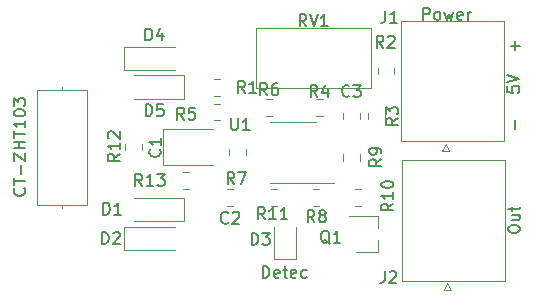
<source format=gbr>
%TF.GenerationSoftware,KiCad,Pcbnew,5.99.0-unknown-20c1492~102~ubuntu18.04.1*%
%TF.CreationDate,2020-07-21T10:29:21+02:00*%
%TF.ProjectId,detect_current,64657465-6374-45f6-9375-7272656e742e,rev?*%
%TF.SameCoordinates,Original*%
%TF.FileFunction,Legend,Top*%
%TF.FilePolarity,Positive*%
%FSLAX46Y46*%
G04 Gerber Fmt 4.6, Leading zero omitted, Abs format (unit mm)*
G04 Created by KiCad (PCBNEW 5.99.0-unknown-20c1492~102~ubuntu18.04.1) date 2020-07-21 10:29:21*
%MOMM*%
%LPD*%
G01*
G04 APERTURE LIST*
%ADD10C,0.150000*%
%ADD11C,0.120000*%
G04 APERTURE END LIST*
D10*
X152360380Y-85407476D02*
X152360380Y-85883666D01*
X152836571Y-85931285D01*
X152788952Y-85883666D01*
X152741333Y-85788428D01*
X152741333Y-85550333D01*
X152788952Y-85455095D01*
X152836571Y-85407476D01*
X152931809Y-85359857D01*
X153169904Y-85359857D01*
X153265142Y-85407476D01*
X153312761Y-85455095D01*
X153360380Y-85550333D01*
X153360380Y-85788428D01*
X153312761Y-85883666D01*
X153265142Y-85931285D01*
X152360380Y-85074142D02*
X153360380Y-84740809D01*
X152360380Y-84407476D01*
X131643666Y-101607880D02*
X131643666Y-100607880D01*
X131881761Y-100607880D01*
X132024619Y-100655500D01*
X132119857Y-100750738D01*
X132167476Y-100845976D01*
X132215095Y-101036452D01*
X132215095Y-101179309D01*
X132167476Y-101369785D01*
X132119857Y-101465023D01*
X132024619Y-101560261D01*
X131881761Y-101607880D01*
X131643666Y-101607880D01*
X133024619Y-101560261D02*
X132929380Y-101607880D01*
X132738904Y-101607880D01*
X132643666Y-101560261D01*
X132596047Y-101465023D01*
X132596047Y-101084071D01*
X132643666Y-100988833D01*
X132738904Y-100941214D01*
X132929380Y-100941214D01*
X133024619Y-100988833D01*
X133072238Y-101084071D01*
X133072238Y-101179309D01*
X132596047Y-101274547D01*
X133357952Y-100941214D02*
X133738904Y-100941214D01*
X133500809Y-100607880D02*
X133500809Y-101465023D01*
X133548428Y-101560261D01*
X133643666Y-101607880D01*
X133738904Y-101607880D01*
X134453190Y-101560261D02*
X134357952Y-101607880D01*
X134167476Y-101607880D01*
X134072238Y-101560261D01*
X134024619Y-101465023D01*
X134024619Y-101084071D01*
X134072238Y-100988833D01*
X134167476Y-100941214D01*
X134357952Y-100941214D01*
X134453190Y-100988833D01*
X134500809Y-101084071D01*
X134500809Y-101179309D01*
X134024619Y-101274547D01*
X135357952Y-101560261D02*
X135262714Y-101607880D01*
X135072238Y-101607880D01*
X134977000Y-101560261D01*
X134929380Y-101512642D01*
X134881761Y-101417404D01*
X134881761Y-101131690D01*
X134929380Y-101036452D01*
X134977000Y-100988833D01*
X135072238Y-100941214D01*
X135262714Y-100941214D01*
X135357952Y-100988833D01*
X152979428Y-89026952D02*
X152979428Y-88265047D01*
X153042928Y-82359452D02*
X153042928Y-81597547D01*
X153423880Y-81978500D02*
X152661976Y-81978500D01*
%TO.C,RV1*%
X135345561Y-80309980D02*
X135012228Y-79833790D01*
X134774133Y-80309980D02*
X134774133Y-79309980D01*
X135155085Y-79309980D01*
X135250323Y-79357600D01*
X135297942Y-79405219D01*
X135345561Y-79500457D01*
X135345561Y-79643314D01*
X135297942Y-79738552D01*
X135250323Y-79786171D01*
X135155085Y-79833790D01*
X134774133Y-79833790D01*
X135631276Y-79309980D02*
X135964609Y-80309980D01*
X136297942Y-79309980D01*
X137155085Y-80309980D02*
X136583657Y-80309980D01*
X136869371Y-80309980D02*
X136869371Y-79309980D01*
X136774133Y-79452838D01*
X136678895Y-79548076D01*
X136583657Y-79595695D01*
%TO.C,R13*%
X121429542Y-93822780D02*
X121096209Y-93346590D01*
X120858114Y-93822780D02*
X120858114Y-92822780D01*
X121239066Y-92822780D01*
X121334304Y-92870400D01*
X121381923Y-92918019D01*
X121429542Y-93013257D01*
X121429542Y-93156114D01*
X121381923Y-93251352D01*
X121334304Y-93298971D01*
X121239066Y-93346590D01*
X120858114Y-93346590D01*
X122381923Y-93822780D02*
X121810495Y-93822780D01*
X122096209Y-93822780D02*
X122096209Y-92822780D01*
X122000971Y-92965638D01*
X121905733Y-93060876D01*
X121810495Y-93108495D01*
X122715257Y-92822780D02*
X123334304Y-92822780D01*
X123000971Y-93203733D01*
X123143828Y-93203733D01*
X123239066Y-93251352D01*
X123286685Y-93298971D01*
X123334304Y-93394209D01*
X123334304Y-93632304D01*
X123286685Y-93727542D01*
X123239066Y-93775161D01*
X123143828Y-93822780D01*
X122858114Y-93822780D01*
X122762876Y-93775161D01*
X122715257Y-93727542D01*
%TO.C,CT-ZHT103*%
X111456742Y-94025600D02*
X111504361Y-94073219D01*
X111551980Y-94216076D01*
X111551980Y-94311314D01*
X111504361Y-94454171D01*
X111409123Y-94549409D01*
X111313885Y-94597028D01*
X111123409Y-94644647D01*
X110980552Y-94644647D01*
X110790076Y-94597028D01*
X110694838Y-94549409D01*
X110599600Y-94454171D01*
X110551980Y-94311314D01*
X110551980Y-94216076D01*
X110599600Y-94073219D01*
X110647219Y-94025600D01*
X110551980Y-93739885D02*
X110551980Y-93168457D01*
X111551980Y-93454171D02*
X110551980Y-93454171D01*
X111171028Y-92835123D02*
X111171028Y-92073219D01*
X110551980Y-91692266D02*
X110551980Y-91025600D01*
X111551980Y-91692266D01*
X111551980Y-91025600D01*
X111551980Y-90644647D02*
X110551980Y-90644647D01*
X111028171Y-90644647D02*
X111028171Y-90073219D01*
X111551980Y-90073219D02*
X110551980Y-90073219D01*
X110551980Y-89739885D02*
X110551980Y-89168457D01*
X111551980Y-89454171D02*
X110551980Y-89454171D01*
X111551980Y-88311314D02*
X111551980Y-88882742D01*
X111551980Y-88597028D02*
X110551980Y-88597028D01*
X110694838Y-88692266D01*
X110790076Y-88787504D01*
X110837695Y-88882742D01*
X110551980Y-87692266D02*
X110551980Y-87597028D01*
X110599600Y-87501790D01*
X110647219Y-87454171D01*
X110742457Y-87406552D01*
X110932933Y-87358933D01*
X111171028Y-87358933D01*
X111361504Y-87406552D01*
X111456742Y-87454171D01*
X111504361Y-87501790D01*
X111551980Y-87597028D01*
X111551980Y-87692266D01*
X111504361Y-87787504D01*
X111456742Y-87835123D01*
X111361504Y-87882742D01*
X111171028Y-87930361D01*
X110932933Y-87930361D01*
X110742457Y-87882742D01*
X110647219Y-87835123D01*
X110599600Y-87787504D01*
X110551980Y-87692266D01*
X110551980Y-87025600D02*
X110551980Y-86406552D01*
X110932933Y-86739885D01*
X110932933Y-86597028D01*
X110980552Y-86501790D01*
X111028171Y-86454171D01*
X111123409Y-86406552D01*
X111361504Y-86406552D01*
X111456742Y-86454171D01*
X111504361Y-86501790D01*
X111551980Y-86597028D01*
X111551980Y-86882742D01*
X111504361Y-86977980D01*
X111456742Y-87025600D01*
%TO.C,D5*%
X121725404Y-87923380D02*
X121725404Y-86923380D01*
X121963500Y-86923380D01*
X122106357Y-86971000D01*
X122201595Y-87066238D01*
X122249214Y-87161476D01*
X122296833Y-87351952D01*
X122296833Y-87494809D01*
X122249214Y-87685285D01*
X122201595Y-87780523D01*
X122106357Y-87875761D01*
X121963500Y-87923380D01*
X121725404Y-87923380D01*
X123201595Y-86923380D02*
X122725404Y-86923380D01*
X122677785Y-87399571D01*
X122725404Y-87351952D01*
X122820642Y-87304333D01*
X123058738Y-87304333D01*
X123153976Y-87351952D01*
X123201595Y-87399571D01*
X123249214Y-87494809D01*
X123249214Y-87732904D01*
X123201595Y-87828142D01*
X123153976Y-87875761D01*
X123058738Y-87923380D01*
X122820642Y-87923380D01*
X122725404Y-87875761D01*
X122677785Y-87828142D01*
%TO.C,D4*%
X121717904Y-81510380D02*
X121717904Y-80510380D01*
X121956000Y-80510380D01*
X122098857Y-80558000D01*
X122194095Y-80653238D01*
X122241714Y-80748476D01*
X122289333Y-80938952D01*
X122289333Y-81081809D01*
X122241714Y-81272285D01*
X122194095Y-81367523D01*
X122098857Y-81462761D01*
X121956000Y-81510380D01*
X121717904Y-81510380D01*
X123146476Y-80843714D02*
X123146476Y-81510380D01*
X122908380Y-80462761D02*
X122670285Y-81177047D01*
X123289333Y-81177047D01*
%TO.C,D2*%
X118032304Y-98750380D02*
X118032304Y-97750380D01*
X118270400Y-97750380D01*
X118413257Y-97798000D01*
X118508495Y-97893238D01*
X118556114Y-97988476D01*
X118603733Y-98178952D01*
X118603733Y-98321809D01*
X118556114Y-98512285D01*
X118508495Y-98607523D01*
X118413257Y-98702761D01*
X118270400Y-98750380D01*
X118032304Y-98750380D01*
X118984685Y-97845619D02*
X119032304Y-97798000D01*
X119127542Y-97750380D01*
X119365638Y-97750380D01*
X119460876Y-97798000D01*
X119508495Y-97845619D01*
X119556114Y-97940857D01*
X119556114Y-98036095D01*
X119508495Y-98178952D01*
X118937066Y-98750380D01*
X119556114Y-98750380D01*
%TO.C,D1*%
X118133904Y-96261180D02*
X118133904Y-95261180D01*
X118372000Y-95261180D01*
X118514857Y-95308800D01*
X118610095Y-95404038D01*
X118657714Y-95499276D01*
X118705333Y-95689752D01*
X118705333Y-95832609D01*
X118657714Y-96023085D01*
X118610095Y-96118323D01*
X118514857Y-96213561D01*
X118372000Y-96261180D01*
X118133904Y-96261180D01*
X119657714Y-96261180D02*
X119086285Y-96261180D01*
X119372000Y-96261180D02*
X119372000Y-95261180D01*
X119276761Y-95404038D01*
X119181523Y-95499276D01*
X119086285Y-95546895D01*
%TO.C,C1*%
X122937542Y-90743066D02*
X122985161Y-90790685D01*
X123032780Y-90933542D01*
X123032780Y-91028780D01*
X122985161Y-91171638D01*
X122889923Y-91266876D01*
X122794685Y-91314495D01*
X122604209Y-91362114D01*
X122461352Y-91362114D01*
X122270876Y-91314495D01*
X122175638Y-91266876D01*
X122080400Y-91171638D01*
X122032780Y-91028780D01*
X122032780Y-90933542D01*
X122080400Y-90790685D01*
X122128019Y-90743066D01*
X123032780Y-89790685D02*
X123032780Y-90362114D01*
X123032780Y-90076400D02*
X122032780Y-90076400D01*
X122175638Y-90171638D01*
X122270876Y-90266876D01*
X122318495Y-90362114D01*
%TO.C,U1*%
X128968595Y-88098380D02*
X128968595Y-88907904D01*
X129016214Y-89003142D01*
X129063833Y-89050761D01*
X129159071Y-89098380D01*
X129349547Y-89098380D01*
X129444785Y-89050761D01*
X129492404Y-89003142D01*
X129540023Y-88907904D01*
X129540023Y-88098380D01*
X130540023Y-89098380D02*
X129968595Y-89098380D01*
X130254309Y-89098380D02*
X130254309Y-88098380D01*
X130159071Y-88241238D01*
X130063833Y-88336476D01*
X129968595Y-88384095D01*
%TO.C,R8*%
X136025833Y-96907880D02*
X135692500Y-96431690D01*
X135454404Y-96907880D02*
X135454404Y-95907880D01*
X135835357Y-95907880D01*
X135930595Y-95955500D01*
X135978214Y-96003119D01*
X136025833Y-96098357D01*
X136025833Y-96241214D01*
X135978214Y-96336452D01*
X135930595Y-96384071D01*
X135835357Y-96431690D01*
X135454404Y-96431690D01*
X136597261Y-96336452D02*
X136502023Y-96288833D01*
X136454404Y-96241214D01*
X136406785Y-96145976D01*
X136406785Y-96098357D01*
X136454404Y-96003119D01*
X136502023Y-95955500D01*
X136597261Y-95907880D01*
X136787738Y-95907880D01*
X136882976Y-95955500D01*
X136930595Y-96003119D01*
X136978214Y-96098357D01*
X136978214Y-96145976D01*
X136930595Y-96241214D01*
X136882976Y-96288833D01*
X136787738Y-96336452D01*
X136597261Y-96336452D01*
X136502023Y-96384071D01*
X136454404Y-96431690D01*
X136406785Y-96526928D01*
X136406785Y-96717404D01*
X136454404Y-96812642D01*
X136502023Y-96860261D01*
X136597261Y-96907880D01*
X136787738Y-96907880D01*
X136882976Y-96860261D01*
X136930595Y-96812642D01*
X136978214Y-96717404D01*
X136978214Y-96526928D01*
X136930595Y-96431690D01*
X136882976Y-96384071D01*
X136787738Y-96336452D01*
%TO.C,R10*%
X142692380Y-95321357D02*
X142216190Y-95654690D01*
X142692380Y-95892785D02*
X141692380Y-95892785D01*
X141692380Y-95511833D01*
X141740000Y-95416595D01*
X141787619Y-95368976D01*
X141882857Y-95321357D01*
X142025714Y-95321357D01*
X142120952Y-95368976D01*
X142168571Y-95416595D01*
X142216190Y-95511833D01*
X142216190Y-95892785D01*
X142692380Y-94368976D02*
X142692380Y-94940404D01*
X142692380Y-94654690D02*
X141692380Y-94654690D01*
X141835238Y-94749928D01*
X141930476Y-94845166D01*
X141978095Y-94940404D01*
X141692380Y-93749928D02*
X141692380Y-93654690D01*
X141740000Y-93559452D01*
X141787619Y-93511833D01*
X141882857Y-93464214D01*
X142073333Y-93416595D01*
X142311428Y-93416595D01*
X142501904Y-93464214D01*
X142597142Y-93511833D01*
X142644761Y-93559452D01*
X142692380Y-93654690D01*
X142692380Y-93749928D01*
X142644761Y-93845166D01*
X142597142Y-93892785D01*
X142501904Y-93940404D01*
X142311428Y-93988023D01*
X142073333Y-93988023D01*
X141882857Y-93940404D01*
X141787619Y-93892785D01*
X141740000Y-93845166D01*
X141692380Y-93749928D01*
%TO.C,R9*%
X141676380Y-91555866D02*
X141200190Y-91889200D01*
X141676380Y-92127295D02*
X140676380Y-92127295D01*
X140676380Y-91746342D01*
X140724000Y-91651104D01*
X140771619Y-91603485D01*
X140866857Y-91555866D01*
X141009714Y-91555866D01*
X141104952Y-91603485D01*
X141152571Y-91651104D01*
X141200190Y-91746342D01*
X141200190Y-92127295D01*
X141676380Y-91079676D02*
X141676380Y-90889200D01*
X141628761Y-90793961D01*
X141581142Y-90746342D01*
X141438285Y-90651104D01*
X141247809Y-90603485D01*
X140866857Y-90603485D01*
X140771619Y-90651104D01*
X140724000Y-90698723D01*
X140676380Y-90793961D01*
X140676380Y-90984438D01*
X140724000Y-91079676D01*
X140771619Y-91127295D01*
X140866857Y-91174914D01*
X141104952Y-91174914D01*
X141200190Y-91127295D01*
X141247809Y-91079676D01*
X141295428Y-90984438D01*
X141295428Y-90793961D01*
X141247809Y-90698723D01*
X141200190Y-90651104D01*
X141104952Y-90603485D01*
%TO.C,R6*%
X132014933Y-86151980D02*
X131681600Y-85675790D01*
X131443504Y-86151980D02*
X131443504Y-85151980D01*
X131824457Y-85151980D01*
X131919695Y-85199600D01*
X131967314Y-85247219D01*
X132014933Y-85342457D01*
X132014933Y-85485314D01*
X131967314Y-85580552D01*
X131919695Y-85628171D01*
X131824457Y-85675790D01*
X131443504Y-85675790D01*
X132872076Y-85151980D02*
X132681600Y-85151980D01*
X132586361Y-85199600D01*
X132538742Y-85247219D01*
X132443504Y-85390076D01*
X132395885Y-85580552D01*
X132395885Y-85961504D01*
X132443504Y-86056742D01*
X132491123Y-86104361D01*
X132586361Y-86151980D01*
X132776838Y-86151980D01*
X132872076Y-86104361D01*
X132919695Y-86056742D01*
X132967314Y-85961504D01*
X132967314Y-85723409D01*
X132919695Y-85628171D01*
X132872076Y-85580552D01*
X132776838Y-85532933D01*
X132586361Y-85532933D01*
X132491123Y-85580552D01*
X132443504Y-85628171D01*
X132395885Y-85723409D01*
%TO.C,R3*%
X143073380Y-88099166D02*
X142597190Y-88432500D01*
X143073380Y-88670595D02*
X142073380Y-88670595D01*
X142073380Y-88289642D01*
X142121000Y-88194404D01*
X142168619Y-88146785D01*
X142263857Y-88099166D01*
X142406714Y-88099166D01*
X142501952Y-88146785D01*
X142549571Y-88194404D01*
X142597190Y-88289642D01*
X142597190Y-88670595D01*
X142073380Y-87765833D02*
X142073380Y-87146785D01*
X142454333Y-87480119D01*
X142454333Y-87337261D01*
X142501952Y-87242023D01*
X142549571Y-87194404D01*
X142644809Y-87146785D01*
X142882904Y-87146785D01*
X142978142Y-87194404D01*
X143025761Y-87242023D01*
X143073380Y-87337261D01*
X143073380Y-87622976D01*
X143025761Y-87718214D01*
X142978142Y-87765833D01*
%TO.C,R5*%
X124991833Y-88209380D02*
X124658500Y-87733190D01*
X124420404Y-88209380D02*
X124420404Y-87209380D01*
X124801357Y-87209380D01*
X124896595Y-87257000D01*
X124944214Y-87304619D01*
X124991833Y-87399857D01*
X124991833Y-87542714D01*
X124944214Y-87637952D01*
X124896595Y-87685571D01*
X124801357Y-87733190D01*
X124420404Y-87733190D01*
X125896595Y-87209380D02*
X125420404Y-87209380D01*
X125372785Y-87685571D01*
X125420404Y-87637952D01*
X125515642Y-87590333D01*
X125753738Y-87590333D01*
X125848976Y-87637952D01*
X125896595Y-87685571D01*
X125944214Y-87780809D01*
X125944214Y-88018904D01*
X125896595Y-88114142D01*
X125848976Y-88161761D01*
X125753738Y-88209380D01*
X125515642Y-88209380D01*
X125420404Y-88161761D01*
X125372785Y-88114142D01*
%TO.C,R12*%
X119527580Y-91117657D02*
X119051390Y-91450990D01*
X119527580Y-91689085D02*
X118527580Y-91689085D01*
X118527580Y-91308133D01*
X118575200Y-91212895D01*
X118622819Y-91165276D01*
X118718057Y-91117657D01*
X118860914Y-91117657D01*
X118956152Y-91165276D01*
X119003771Y-91212895D01*
X119051390Y-91308133D01*
X119051390Y-91689085D01*
X119527580Y-90165276D02*
X119527580Y-90736704D01*
X119527580Y-90450990D02*
X118527580Y-90450990D01*
X118670438Y-90546228D01*
X118765676Y-90641466D01*
X118813295Y-90736704D01*
X118622819Y-89784323D02*
X118575200Y-89736704D01*
X118527580Y-89641466D01*
X118527580Y-89403371D01*
X118575200Y-89308133D01*
X118622819Y-89260514D01*
X118718057Y-89212895D01*
X118813295Y-89212895D01*
X118956152Y-89260514D01*
X119527580Y-89831942D01*
X119527580Y-89212895D01*
%TO.C,R7*%
X129246333Y-93670380D02*
X128913000Y-93194190D01*
X128674904Y-93670380D02*
X128674904Y-92670380D01*
X129055857Y-92670380D01*
X129151095Y-92718000D01*
X129198714Y-92765619D01*
X129246333Y-92860857D01*
X129246333Y-93003714D01*
X129198714Y-93098952D01*
X129151095Y-93146571D01*
X129055857Y-93194190D01*
X128674904Y-93194190D01*
X129579666Y-92670380D02*
X130246333Y-92670380D01*
X129817761Y-93670380D01*
%TO.C,R11*%
X131818142Y-96654880D02*
X131484809Y-96178690D01*
X131246714Y-96654880D02*
X131246714Y-95654880D01*
X131627666Y-95654880D01*
X131722904Y-95702500D01*
X131770523Y-95750119D01*
X131818142Y-95845357D01*
X131818142Y-95988214D01*
X131770523Y-96083452D01*
X131722904Y-96131071D01*
X131627666Y-96178690D01*
X131246714Y-96178690D01*
X132770523Y-96654880D02*
X132199095Y-96654880D01*
X132484809Y-96654880D02*
X132484809Y-95654880D01*
X132389571Y-95797738D01*
X132294333Y-95892976D01*
X132199095Y-95940595D01*
X133722904Y-96654880D02*
X133151476Y-96654880D01*
X133437190Y-96654880D02*
X133437190Y-95654880D01*
X133341952Y-95797738D01*
X133246714Y-95892976D01*
X133151476Y-95940595D01*
%TO.C,R2*%
X141857433Y-82113380D02*
X141524100Y-81637190D01*
X141286004Y-82113380D02*
X141286004Y-81113380D01*
X141666957Y-81113380D01*
X141762195Y-81161000D01*
X141809814Y-81208619D01*
X141857433Y-81303857D01*
X141857433Y-81446714D01*
X141809814Y-81541952D01*
X141762195Y-81589571D01*
X141666957Y-81637190D01*
X141286004Y-81637190D01*
X142238385Y-81208619D02*
X142286004Y-81161000D01*
X142381242Y-81113380D01*
X142619338Y-81113380D01*
X142714576Y-81161000D01*
X142762195Y-81208619D01*
X142809814Y-81303857D01*
X142809814Y-81399095D01*
X142762195Y-81541952D01*
X142190766Y-82113380D01*
X142809814Y-82113380D01*
%TO.C,R4*%
X136282133Y-86304380D02*
X135948800Y-85828190D01*
X135710704Y-86304380D02*
X135710704Y-85304380D01*
X136091657Y-85304380D01*
X136186895Y-85352000D01*
X136234514Y-85399619D01*
X136282133Y-85494857D01*
X136282133Y-85637714D01*
X136234514Y-85732952D01*
X136186895Y-85780571D01*
X136091657Y-85828190D01*
X135710704Y-85828190D01*
X137139276Y-85637714D02*
X137139276Y-86304380D01*
X136901180Y-85256761D02*
X136663085Y-85971047D01*
X137282133Y-85971047D01*
%TO.C,R1*%
X130135333Y-85948780D02*
X129802000Y-85472590D01*
X129563904Y-85948780D02*
X129563904Y-84948780D01*
X129944857Y-84948780D01*
X130040095Y-84996400D01*
X130087714Y-85044019D01*
X130135333Y-85139257D01*
X130135333Y-85282114D01*
X130087714Y-85377352D01*
X130040095Y-85424971D01*
X129944857Y-85472590D01*
X129563904Y-85472590D01*
X131087714Y-85948780D02*
X130516285Y-85948780D01*
X130802000Y-85948780D02*
X130802000Y-84948780D01*
X130706761Y-85091638D01*
X130611523Y-85186876D01*
X130516285Y-85234495D01*
%TO.C,Q1*%
X137318761Y-98718619D02*
X137223523Y-98671000D01*
X137128285Y-98575761D01*
X136985428Y-98432904D01*
X136890190Y-98385285D01*
X136794952Y-98385285D01*
X136842571Y-98623380D02*
X136747333Y-98575761D01*
X136652095Y-98480523D01*
X136604476Y-98290047D01*
X136604476Y-97956714D01*
X136652095Y-97766238D01*
X136747333Y-97671000D01*
X136842571Y-97623380D01*
X137033047Y-97623380D01*
X137128285Y-97671000D01*
X137223523Y-97766238D01*
X137271142Y-97956714D01*
X137271142Y-98290047D01*
X137223523Y-98480523D01*
X137128285Y-98575761D01*
X137033047Y-98623380D01*
X136842571Y-98623380D01*
X138223523Y-98623380D02*
X137652095Y-98623380D01*
X137937809Y-98623380D02*
X137937809Y-97623380D01*
X137842571Y-97766238D01*
X137747333Y-97861476D01*
X137652095Y-97909095D01*
%TO.C,J2*%
X141970166Y-101052380D02*
X141970166Y-101766666D01*
X141922547Y-101909523D01*
X141827309Y-102004761D01*
X141684452Y-102052380D01*
X141589214Y-102052380D01*
X142398738Y-101147619D02*
X142446357Y-101100000D01*
X142541595Y-101052380D01*
X142779690Y-101052380D01*
X142874928Y-101100000D01*
X142922547Y-101147619D01*
X142970166Y-101242857D01*
X142970166Y-101338095D01*
X142922547Y-101480952D01*
X142351119Y-102052380D01*
X142970166Y-102052380D01*
X152423880Y-97583833D02*
X152423880Y-97393357D01*
X152471500Y-97298119D01*
X152566738Y-97202880D01*
X152757214Y-97155261D01*
X153090547Y-97155261D01*
X153281023Y-97202880D01*
X153376261Y-97298119D01*
X153423880Y-97393357D01*
X153423880Y-97583833D01*
X153376261Y-97679071D01*
X153281023Y-97774309D01*
X153090547Y-97821928D01*
X152757214Y-97821928D01*
X152566738Y-97774309D01*
X152471500Y-97679071D01*
X152423880Y-97583833D01*
X152757214Y-96298119D02*
X153423880Y-96298119D01*
X152757214Y-96726690D02*
X153281023Y-96726690D01*
X153376261Y-96679071D01*
X153423880Y-96583833D01*
X153423880Y-96440976D01*
X153376261Y-96345738D01*
X153328642Y-96298119D01*
X152757214Y-95964785D02*
X152757214Y-95583833D01*
X152423880Y-95821928D02*
X153281023Y-95821928D01*
X153376261Y-95774309D01*
X153423880Y-95679071D01*
X153423880Y-95583833D01*
%TO.C,J1*%
X142033666Y-79017880D02*
X142033666Y-79732166D01*
X141986047Y-79875023D01*
X141890809Y-79970261D01*
X141747952Y-80017880D01*
X141652714Y-80017880D01*
X143033666Y-80017880D02*
X142462238Y-80017880D01*
X142747952Y-80017880D02*
X142747952Y-79017880D01*
X142652714Y-79160738D01*
X142557476Y-79255976D01*
X142462238Y-79303595D01*
X145216809Y-79763880D02*
X145216809Y-78763880D01*
X145597761Y-78763880D01*
X145693000Y-78811500D01*
X145740619Y-78859119D01*
X145788238Y-78954357D01*
X145788238Y-79097214D01*
X145740619Y-79192452D01*
X145693000Y-79240071D01*
X145597761Y-79287690D01*
X145216809Y-79287690D01*
X146359666Y-79763880D02*
X146264428Y-79716261D01*
X146216809Y-79668642D01*
X146169190Y-79573404D01*
X146169190Y-79287690D01*
X146216809Y-79192452D01*
X146264428Y-79144833D01*
X146359666Y-79097214D01*
X146502523Y-79097214D01*
X146597761Y-79144833D01*
X146645380Y-79192452D01*
X146693000Y-79287690D01*
X146693000Y-79573404D01*
X146645380Y-79668642D01*
X146597761Y-79716261D01*
X146502523Y-79763880D01*
X146359666Y-79763880D01*
X147026333Y-79097214D02*
X147216809Y-79763880D01*
X147407285Y-79287690D01*
X147597761Y-79763880D01*
X147788238Y-79097214D01*
X148550142Y-79716261D02*
X148454904Y-79763880D01*
X148264428Y-79763880D01*
X148169190Y-79716261D01*
X148121571Y-79621023D01*
X148121571Y-79240071D01*
X148169190Y-79144833D01*
X148264428Y-79097214D01*
X148454904Y-79097214D01*
X148550142Y-79144833D01*
X148597761Y-79240071D01*
X148597761Y-79335309D01*
X148121571Y-79430547D01*
X149026333Y-79763880D02*
X149026333Y-79097214D01*
X149026333Y-79287690D02*
X149073952Y-79192452D01*
X149121571Y-79144833D01*
X149216809Y-79097214D01*
X149312047Y-79097214D01*
%TO.C,D3*%
X130706904Y-98813880D02*
X130706904Y-97813880D01*
X130945000Y-97813880D01*
X131087857Y-97861500D01*
X131183095Y-97956738D01*
X131230714Y-98051976D01*
X131278333Y-98242452D01*
X131278333Y-98385309D01*
X131230714Y-98575785D01*
X131183095Y-98671023D01*
X131087857Y-98766261D01*
X130945000Y-98813880D01*
X130706904Y-98813880D01*
X131611666Y-97813880D02*
X132230714Y-97813880D01*
X131897380Y-98194833D01*
X132040238Y-98194833D01*
X132135476Y-98242452D01*
X132183095Y-98290071D01*
X132230714Y-98385309D01*
X132230714Y-98623404D01*
X132183095Y-98718642D01*
X132135476Y-98766261D01*
X132040238Y-98813880D01*
X131754523Y-98813880D01*
X131659285Y-98766261D01*
X131611666Y-98718642D01*
%TO.C,C2*%
X128712933Y-96927942D02*
X128665314Y-96975561D01*
X128522457Y-97023180D01*
X128427219Y-97023180D01*
X128284361Y-96975561D01*
X128189123Y-96880323D01*
X128141504Y-96785085D01*
X128093885Y-96594609D01*
X128093885Y-96451752D01*
X128141504Y-96261276D01*
X128189123Y-96166038D01*
X128284361Y-96070800D01*
X128427219Y-96023180D01*
X128522457Y-96023180D01*
X128665314Y-96070800D01*
X128712933Y-96118419D01*
X129093885Y-96118419D02*
X129141504Y-96070800D01*
X129236742Y-96023180D01*
X129474838Y-96023180D01*
X129570076Y-96070800D01*
X129617695Y-96118419D01*
X129665314Y-96213657D01*
X129665314Y-96308895D01*
X129617695Y-96451752D01*
X129046266Y-97023180D01*
X129665314Y-97023180D01*
%TO.C,C3*%
X138974533Y-86209142D02*
X138926914Y-86256761D01*
X138784057Y-86304380D01*
X138688819Y-86304380D01*
X138545961Y-86256761D01*
X138450723Y-86161523D01*
X138403104Y-86066285D01*
X138355485Y-85875809D01*
X138355485Y-85732952D01*
X138403104Y-85542476D01*
X138450723Y-85447238D01*
X138545961Y-85352000D01*
X138688819Y-85304380D01*
X138784057Y-85304380D01*
X138926914Y-85352000D01*
X138974533Y-85399619D01*
X139307866Y-85304380D02*
X139926914Y-85304380D01*
X139593580Y-85685333D01*
X139736438Y-85685333D01*
X139831676Y-85732952D01*
X139879295Y-85780571D01*
X139926914Y-85875809D01*
X139926914Y-86113904D01*
X139879295Y-86209142D01*
X139831676Y-86256761D01*
X139736438Y-86304380D01*
X139450723Y-86304380D01*
X139355485Y-86256761D01*
X139307866Y-86209142D01*
D11*
%TO.C,RV1*%
X140825800Y-80477200D02*
X140825800Y-85547200D01*
X131055800Y-80477200D02*
X131055800Y-85547200D01*
X131055800Y-85547200D02*
X140825800Y-85547200D01*
X131055800Y-80477200D02*
X140825800Y-80477200D01*
%TO.C,R13*%
X124899922Y-94055000D02*
X125417078Y-94055000D01*
X124899922Y-92635000D02*
X125417078Y-92635000D01*
%TO.C,CT-ZHT103*%
X114640707Y-85441000D02*
X114640707Y-85681000D01*
X114640707Y-95661000D02*
X114640707Y-95421000D01*
X112520707Y-85681000D02*
X112520707Y-95421000D01*
X116760707Y-85681000D02*
X112520707Y-85681000D01*
X116760707Y-95421000D02*
X116760707Y-85681000D01*
X112520707Y-95421000D02*
X116760707Y-95421000D01*
%TO.C,D5*%
X125013500Y-84471000D02*
X120713500Y-84471000D01*
X125013500Y-86471000D02*
X125013500Y-84471000D01*
X120713500Y-86471000D02*
X125013500Y-86471000D01*
%TO.C,D4*%
X119906000Y-84058000D02*
X124206000Y-84058000D01*
X119906000Y-82058000D02*
X119906000Y-84058000D01*
X124206000Y-82058000D02*
X119906000Y-82058000D01*
%TO.C,D2*%
X119906000Y-99298000D02*
X124206000Y-99298000D01*
X119906000Y-97298000D02*
X119906000Y-99298000D01*
X124206000Y-97298000D02*
X119906000Y-97298000D01*
%TO.C,D1*%
X125006000Y-94821500D02*
X120706000Y-94821500D01*
X125006000Y-96821500D02*
X125006000Y-94821500D01*
X120706000Y-96821500D02*
X125006000Y-96821500D01*
%TO.C,C1*%
X123220000Y-92061000D02*
X127430000Y-92061000D01*
X123220000Y-89041000D02*
X123220000Y-92061000D01*
X127430000Y-89041000D02*
X123220000Y-89041000D01*
%TO.C,U1*%
X134239000Y-93555500D02*
X137689000Y-93555500D01*
X134239000Y-93555500D02*
X132289000Y-93555500D01*
X134239000Y-88435500D02*
X136189000Y-88435500D01*
X134239000Y-88435500D02*
X132289000Y-88435500D01*
%TO.C,R8*%
X136451078Y-94095500D02*
X135933922Y-94095500D01*
X136451078Y-95515500D02*
X135933922Y-95515500D01*
%TO.C,R10*%
X139489922Y-95515500D02*
X140007078Y-95515500D01*
X139489922Y-94095500D02*
X140007078Y-94095500D01*
%TO.C,R9*%
X139902000Y-91683578D02*
X139902000Y-91166422D01*
X138482000Y-91683578D02*
X138482000Y-91166422D01*
%TO.C,R6*%
X131923022Y-87882800D02*
X132440178Y-87882800D01*
X131923022Y-86462800D02*
X132440178Y-86462800D01*
%TO.C,R3*%
X141997500Y-88191078D02*
X141997500Y-87673922D01*
X140577500Y-88191078D02*
X140577500Y-87673922D01*
%TO.C,R5*%
X127551922Y-88276500D02*
X128069078Y-88276500D01*
X127551922Y-86856500D02*
X128069078Y-86856500D01*
%TO.C,R12*%
X120003500Y-90243922D02*
X120003500Y-90761078D01*
X121423500Y-90243922D02*
X121423500Y-90761078D01*
%TO.C,R7*%
X128766500Y-90736922D02*
X128766500Y-91254078D01*
X130186500Y-90736922D02*
X130186500Y-91254078D01*
%TO.C,R11*%
X132314422Y-95515500D02*
X132831578Y-95515500D01*
X132314422Y-94095500D02*
X132831578Y-94095500D01*
%TO.C,R2*%
X141377600Y-83830422D02*
X141377600Y-84347578D01*
X142797600Y-83830422D02*
X142797600Y-84347578D01*
%TO.C,R4*%
X136707378Y-86462800D02*
X136190222Y-86462800D01*
X136707378Y-87882800D02*
X136190222Y-87882800D01*
%TO.C,R1*%
X128069078Y-84761000D02*
X127551922Y-84761000D01*
X128069078Y-86181000D02*
X127551922Y-86181000D01*
%TO.C,Q1*%
X141392000Y-96407000D02*
X138962000Y-96407000D01*
X141412000Y-96417000D02*
X141412000Y-97417000D01*
X141412000Y-99467000D02*
X139562000Y-99467000D01*
X141412000Y-98417000D02*
X141412000Y-99467000D01*
%TO.C,J2*%
X146956500Y-102660500D02*
X147256500Y-102060500D01*
X147556500Y-102660500D02*
X146956500Y-102660500D01*
X147256500Y-102060500D02*
X147556500Y-102660500D01*
X143446500Y-91640500D02*
X143446500Y-101860500D01*
X152166500Y-91640500D02*
X143446500Y-91640500D01*
X152166500Y-101860500D02*
X152166500Y-91640500D01*
X143446500Y-101860500D02*
X152166500Y-101860500D01*
%TO.C,J1*%
X146829500Y-90849500D02*
X147129500Y-90249500D01*
X147429500Y-90849500D02*
X146829500Y-90849500D01*
X147129500Y-90249500D02*
X147429500Y-90849500D01*
X143319500Y-79829500D02*
X143319500Y-90049500D01*
X152039500Y-79829500D02*
X143319500Y-79829500D01*
X152039500Y-90049500D02*
X152039500Y-79829500D01*
X143319500Y-90049500D02*
X152039500Y-90049500D01*
%TO.C,D3*%
X134500500Y-99983000D02*
X134500500Y-97298000D01*
X132580500Y-99983000D02*
X134500500Y-99983000D01*
X132580500Y-97298000D02*
X132580500Y-99983000D01*
%TO.C,C2*%
X128597922Y-95515500D02*
X129115078Y-95515500D01*
X128597922Y-94095500D02*
X129115078Y-94095500D01*
%TO.C,C3*%
X138482000Y-87640422D02*
X138482000Y-88157578D01*
X139902000Y-87640422D02*
X139902000Y-88157578D01*
%TD*%
M02*

</source>
